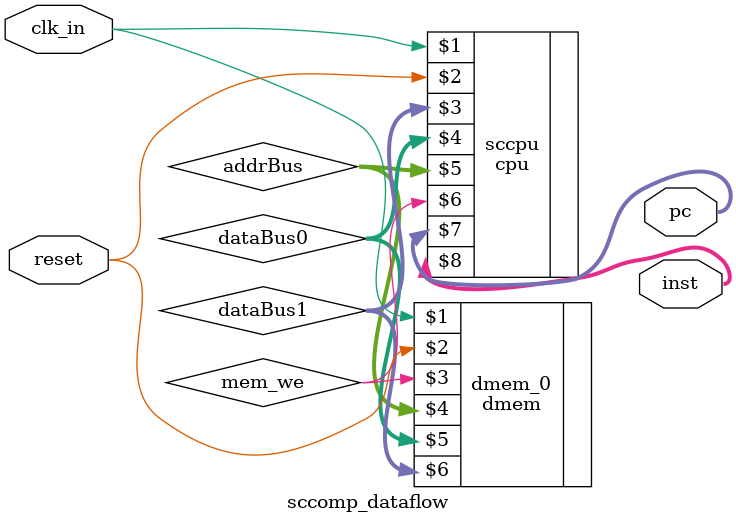
<source format=v>
`timescale 1ns / 1ps


module sccomp_dataflow(
    input clk_in,
    input reset,
    output [31:0] inst,
    output [31:0] pc
    );

wire [31:0] dataBus0;   //½øÄÚ´æ
wire [31:0] dataBus1;   //³öÄÚ´æ
wire [31:0] addrBus;
wire mem_we;

cpu sccpu(clk_in, reset, dataBus1, dataBus0, addrBus, mem_we, pc, inst);

dmem dmem_0(clk_in, reset, mem_we, addrBus, dataBus0, dataBus1);

    
    
    
    
    
endmodule

</source>
